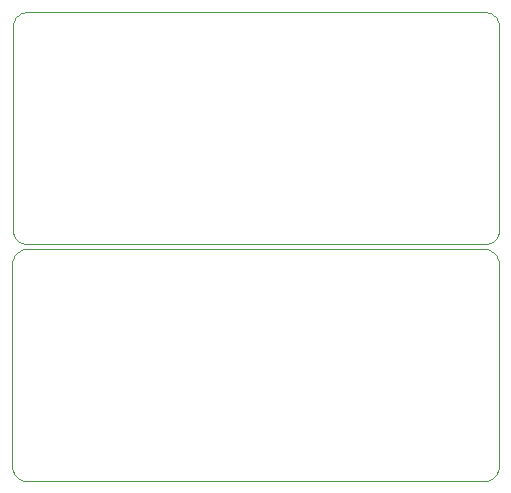
<source format=gbp>
G75*
G70*
%OFA0B0*%
%FSLAX24Y24*%
%IPPOS*%
%LPD*%
%AMOC8*
5,1,8,0,0,1.08239X$1,22.5*
%
%ADD10C,0.0000*%
D10*
X000800Y000550D02*
X016020Y000550D01*
X016064Y000552D01*
X016107Y000558D01*
X016149Y000567D01*
X016191Y000580D01*
X016231Y000597D01*
X016270Y000617D01*
X016307Y000640D01*
X016341Y000667D01*
X016374Y000696D01*
X016403Y000729D01*
X016430Y000763D01*
X016453Y000800D01*
X016473Y000839D01*
X016490Y000879D01*
X016503Y000921D01*
X016512Y000963D01*
X016518Y001006D01*
X016520Y001050D01*
X016520Y007796D01*
X016518Y007840D01*
X016512Y007883D01*
X016503Y007925D01*
X016490Y007967D01*
X016473Y008007D01*
X016453Y008046D01*
X016430Y008083D01*
X016403Y008117D01*
X016374Y008150D01*
X016341Y008179D01*
X016307Y008206D01*
X016270Y008229D01*
X016231Y008249D01*
X016191Y008266D01*
X016149Y008279D01*
X016107Y008288D01*
X016064Y008294D01*
X016020Y008296D01*
X000800Y008296D01*
X000818Y008446D02*
X016039Y008446D01*
X016083Y008448D01*
X016126Y008454D01*
X016168Y008463D01*
X016210Y008476D01*
X016250Y008493D01*
X016289Y008513D01*
X016326Y008536D01*
X016360Y008563D01*
X016393Y008592D01*
X016422Y008625D01*
X016449Y008659D01*
X016472Y008696D01*
X016492Y008735D01*
X016509Y008775D01*
X016522Y008817D01*
X016531Y008859D01*
X016537Y008902D01*
X016539Y008946D01*
X016539Y015692D01*
X016537Y015736D01*
X016531Y015779D01*
X016522Y015821D01*
X016509Y015863D01*
X016492Y015903D01*
X016472Y015942D01*
X016449Y015979D01*
X016422Y016013D01*
X016393Y016046D01*
X016360Y016075D01*
X016326Y016102D01*
X016289Y016125D01*
X016250Y016145D01*
X016210Y016162D01*
X016168Y016175D01*
X016126Y016184D01*
X016083Y016190D01*
X016039Y016192D01*
X000818Y016192D01*
X000774Y016190D01*
X000731Y016184D01*
X000689Y016175D01*
X000647Y016162D01*
X000607Y016145D01*
X000568Y016125D01*
X000531Y016102D01*
X000497Y016075D01*
X000464Y016046D01*
X000435Y016013D01*
X000408Y015979D01*
X000385Y015942D01*
X000365Y015903D01*
X000348Y015863D01*
X000335Y015821D01*
X000326Y015779D01*
X000320Y015736D01*
X000318Y015692D01*
X000318Y008946D01*
X000320Y008902D01*
X000326Y008859D01*
X000335Y008817D01*
X000348Y008775D01*
X000365Y008735D01*
X000385Y008696D01*
X000408Y008659D01*
X000435Y008625D01*
X000464Y008592D01*
X000497Y008563D01*
X000531Y008536D01*
X000568Y008513D01*
X000607Y008493D01*
X000647Y008476D01*
X000689Y008463D01*
X000731Y008454D01*
X000774Y008448D01*
X000818Y008446D01*
X000800Y008296D02*
X000756Y008294D01*
X000713Y008288D01*
X000671Y008279D01*
X000629Y008266D01*
X000589Y008249D01*
X000550Y008229D01*
X000513Y008206D01*
X000479Y008179D01*
X000446Y008150D01*
X000417Y008117D01*
X000390Y008083D01*
X000367Y008046D01*
X000347Y008007D01*
X000330Y007967D01*
X000317Y007925D01*
X000308Y007883D01*
X000302Y007840D01*
X000300Y007796D01*
X000300Y001050D01*
X000302Y001006D01*
X000308Y000963D01*
X000317Y000921D01*
X000330Y000879D01*
X000347Y000839D01*
X000367Y000800D01*
X000390Y000763D01*
X000417Y000729D01*
X000446Y000696D01*
X000479Y000667D01*
X000513Y000640D01*
X000550Y000617D01*
X000589Y000597D01*
X000629Y000580D01*
X000671Y000567D01*
X000713Y000558D01*
X000756Y000552D01*
X000800Y000550D01*
M02*

</source>
